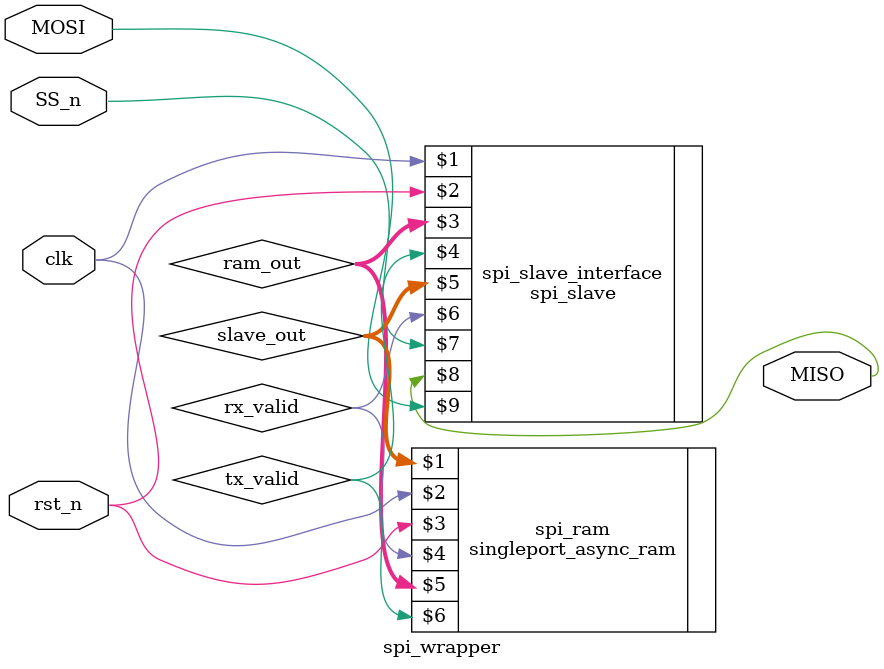
<source format=v>
module spi_wrapper (MISO, MOSI, SS_n, rst_n, clk);
input MOSI, SS_n, rst_n, clk;
output MISO;

wire [9:0] slave_out;
wire [7:0] ram_out;
wire rx_valid, tx_valid;

spi_slave spi_slave_interface(clk, rst_n, ram_out, tx_valid, slave_out, rx_valid, SS_n, MISO, MOSI);
singleport_async_ram spi_ram(slave_out, clk, rst_n, rx_valid, ram_out, tx_valid);

endmodule
</source>
